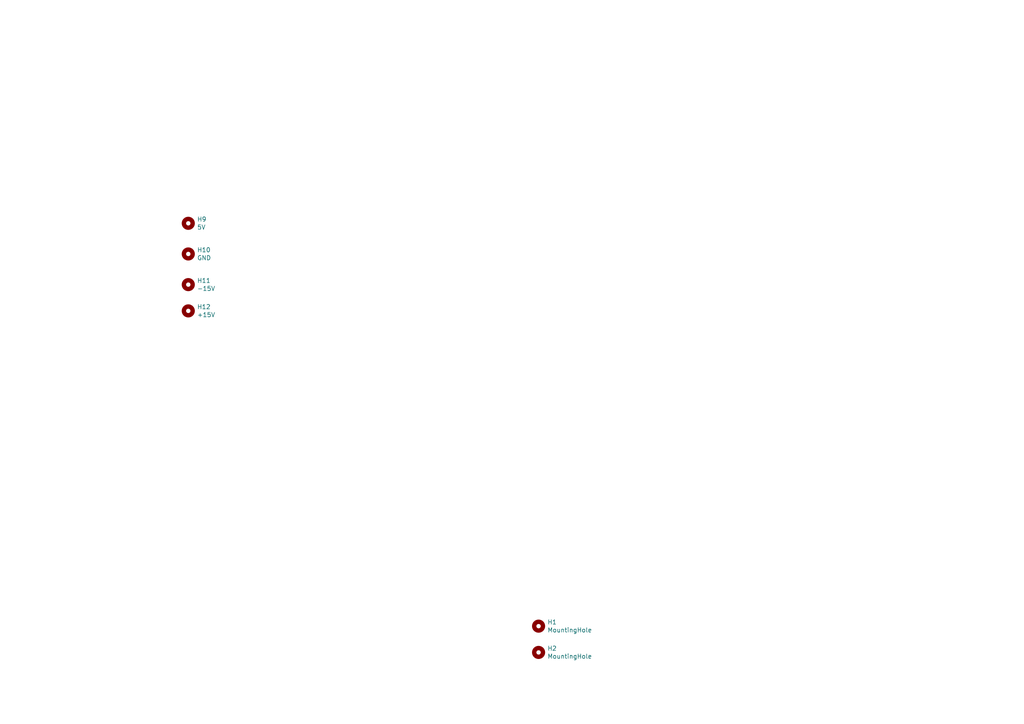
<source format=kicad_sch>
(kicad_sch (version 20211123) (generator eeschema)
  (paper "A4")
  (title_block (title "kraft") (date "2021-05-09") (rev "R01") (comment 1 "front panel") (comment 2 "Wall Wart Power Supply (+15V/-15V/5V)") (comment 4 "License CC BY 4.0 - Attribution 4.0 International"))
  (lib_symbols
    (symbol "Mechanical:MountingHole" (pin_names (offset 1.016))
      (property "Reference" "H" (at 0 5.08 0))
      (property "Value" "MountingHole" (at 0 3.175 0))
      (symbol "MountingHole_0_1"
        (circle (center 0 0) (radius 1.27) (stroke (width 1.27)))
      )
    )
  )
  (symbol (lib_id "Mechanical:MountingHole") (at 54.61 82.55 0) (unit 1)
    (property "Reference" "H11" (at 57.15 81.3816 0) (effects (justify left)))
    (property "Value" "-15V" (at 57.15 83.693 0) (effects (justify left)))
    (property "Footprint" "MountingHole:MountingHole_6.4mm_M6" (effects hide))
  )
  (symbol (lib_id "Mechanical:MountingHole") (at 54.61 64.77 0) (unit 1)
    (property "Reference" "H9" (at 57.15 63.6016 0) (effects (justify left)))
    (property "Value" "5V" (at 57.15 65.913 0) (effects (justify left)))
    (property "Footprint" "MountingHole:MountingHole_6.4mm_M6" (effects hide))
  )
  (symbol (lib_id "Mechanical:MountingHole") (at 54.61 73.66 0) (unit 1)
    (property "Reference" "H10" (at 57.15 72.4916 0) (effects (justify left)))
    (property "Value" "GND" (at 57.15 74.803 0) (effects (justify left)))
    (property "Footprint" "MountingHole:MountingHole_6.4mm_M6" (effects hide))
  )
  (symbol (lib_id "Mechanical:MountingHole") (at 54.61 90.17 0) (unit 1)
    (property "Reference" "H12" (at 57.15 89.0016 0) (effects (justify left)))
    (property "Value" "+15V" (at 57.15 91.313 0) (effects (justify left)))
    (property "Footprint" "MountingHole:MountingHole_6.4mm_M6" (effects hide))
  )
  (symbol (lib_id "Mechanical:MountingHole") (at 156.21 181.61 0) (unit 1)
    (property "Reference" "H1" (at 158.75 180.4416 0) (effects (justify left)))
    (property "Value" "MountingHole" (at 158.75 182.753 0) (effects (justify left)))
    (property "Footprint" "elektrophon:MountingHole_Panel_3.2mm_M3" (effects hide))
  )
  (symbol (lib_id "Mechanical:MountingHole") (at 156.21 189.23 0) (unit 1)
    (property "Reference" "H2" (at 158.75 188.0616 0) (effects (justify left)))
    (property "Value" "MountingHole" (at 158.75 190.373 0) (effects (justify left)))
    (property "Footprint" "elektrophon:MountingHole_Panel_3.2mm_M3" (effects hide))
  )
)
</source>
